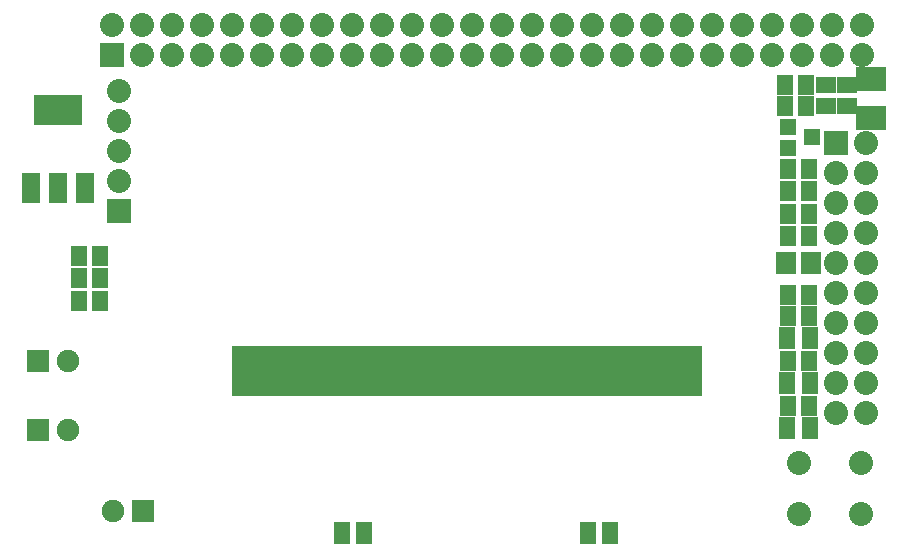
<source format=gbs>
G04 (created by PCBNEW-RS274X (2012-01-19 BZR 3256)-stable) date 22/03/2013 00:28:45*
G01*
G70*
G90*
%MOIN*%
G04 Gerber Fmt 3.4, Leading zero omitted, Abs format*
%FSLAX34Y34*%
G04 APERTURE LIST*
%ADD10C,0.006000*%
%ADD11R,0.056000X0.056000*%
%ADD12R,0.065000X0.075000*%
%ADD13R,0.055000X0.065000*%
%ADD14R,0.100000X0.080000*%
%ADD15R,0.055000X0.075000*%
%ADD16C,0.080000*%
%ADD17R,0.080000X0.080000*%
%ADD18R,0.164000X0.100000*%
%ADD19R,0.060000X0.100000*%
%ADD20R,0.075000X0.075000*%
%ADD21C,0.075000*%
%ADD22R,0.065000X0.055000*%
%ADD23R,0.055400X0.170000*%
G04 APERTURE END LIST*
G54D10*
G54D11*
X99900Y-44900D03*
X99900Y-45600D03*
X100700Y-45250D03*
G54D12*
X99825Y-49450D03*
X100675Y-49450D03*
G54D13*
X99900Y-46300D03*
X100600Y-46300D03*
X100600Y-47050D03*
X99900Y-47050D03*
X100600Y-48550D03*
X99900Y-48550D03*
X100600Y-47800D03*
X99900Y-47800D03*
X99800Y-43500D03*
X100500Y-43500D03*
X100500Y-44200D03*
X99800Y-44200D03*
G54D14*
X102650Y-44600D03*
X102650Y-43300D03*
G54D15*
X85025Y-58450D03*
X85775Y-58450D03*
X93975Y-58450D03*
X93225Y-58450D03*
X99875Y-54950D03*
X100625Y-54950D03*
X99875Y-53450D03*
X100625Y-53450D03*
X99875Y-51950D03*
X100625Y-51950D03*
G54D16*
X102500Y-45450D03*
X101500Y-46450D03*
G54D17*
X101500Y-45450D03*
G54D16*
X102500Y-46450D03*
X101500Y-47450D03*
X102500Y-47450D03*
X101500Y-48450D03*
X102500Y-48450D03*
X101500Y-49450D03*
X102500Y-49450D03*
X101500Y-50450D03*
X102500Y-50450D03*
X101500Y-51450D03*
X102500Y-51450D03*
X101500Y-52450D03*
X102500Y-52450D03*
X101500Y-53450D03*
X102500Y-53450D03*
X101500Y-54450D03*
X102500Y-54450D03*
G54D13*
X100600Y-54200D03*
X99900Y-54200D03*
X100600Y-52700D03*
X99900Y-52700D03*
X100600Y-51200D03*
X99900Y-51200D03*
X100600Y-50500D03*
X99900Y-50500D03*
X76950Y-50700D03*
X76250Y-50700D03*
X76950Y-49950D03*
X76250Y-49950D03*
X76950Y-49200D03*
X76250Y-49200D03*
G54D16*
X100257Y-56100D03*
X102343Y-56100D03*
G54D18*
X75550Y-44350D03*
G54D19*
X75550Y-46950D03*
X74650Y-46950D03*
X76450Y-46950D03*
G54D20*
X74900Y-55000D03*
G54D21*
X75900Y-55000D03*
G54D20*
X74900Y-52700D03*
G54D21*
X75900Y-52700D03*
G54D20*
X78400Y-57700D03*
G54D21*
X77400Y-57700D03*
G54D17*
X77350Y-42500D03*
G54D16*
X77350Y-41500D03*
X78350Y-42500D03*
X78350Y-41500D03*
X79350Y-42500D03*
X79350Y-41500D03*
X80350Y-42500D03*
X80350Y-41500D03*
X81350Y-42500D03*
X81350Y-41500D03*
X82350Y-42500D03*
X82350Y-41500D03*
X83350Y-42500D03*
X83350Y-41500D03*
X84350Y-42500D03*
X84350Y-41500D03*
X85350Y-42500D03*
X85350Y-41500D03*
X86350Y-42500D03*
X86350Y-41500D03*
X87350Y-42500D03*
X87350Y-41500D03*
X88350Y-42500D03*
X88350Y-41500D03*
X89350Y-42500D03*
X89350Y-41500D03*
X90350Y-42500D03*
X90350Y-41500D03*
X91350Y-42500D03*
X91350Y-41500D03*
X92350Y-42500D03*
X92350Y-41500D03*
X93350Y-42500D03*
X93350Y-41500D03*
X94350Y-42500D03*
X94350Y-41500D03*
X95350Y-42500D03*
X95350Y-41500D03*
X96350Y-42500D03*
X96350Y-41500D03*
X97350Y-42500D03*
X97350Y-41500D03*
X98350Y-42500D03*
X98350Y-41500D03*
X99350Y-42500D03*
X99350Y-41500D03*
X100350Y-42500D03*
X100350Y-41500D03*
X101350Y-42500D03*
X101350Y-41500D03*
X102350Y-42500D03*
X102350Y-41500D03*
G54D22*
X101150Y-44200D03*
X101150Y-43500D03*
X101850Y-43500D03*
X101850Y-44200D03*
G54D16*
X100257Y-57800D03*
X102343Y-57800D03*
G54D17*
X77600Y-47700D03*
G54D16*
X77600Y-46700D03*
X77600Y-45700D03*
X77600Y-44700D03*
X77600Y-43700D03*
G54D23*
X89200Y-53050D03*
X89672Y-53050D03*
X90145Y-53050D03*
X96759Y-53050D03*
X96287Y-53050D03*
X95814Y-53050D03*
X95342Y-53050D03*
X94869Y-53050D03*
X94397Y-53050D03*
X93924Y-53050D03*
X93452Y-53050D03*
X92980Y-53050D03*
X92507Y-53050D03*
X92035Y-53050D03*
X91562Y-53050D03*
X91090Y-53050D03*
X90617Y-53050D03*
X88728Y-53050D03*
X88255Y-53050D03*
X87783Y-53050D03*
X87310Y-53050D03*
X86838Y-53050D03*
X86365Y-53050D03*
X85893Y-53050D03*
X85420Y-53050D03*
X84948Y-53050D03*
X84476Y-53050D03*
X84003Y-53050D03*
X83531Y-53050D03*
X83058Y-53050D03*
X82585Y-53050D03*
X82113Y-53050D03*
X81641Y-53050D03*
M02*

</source>
